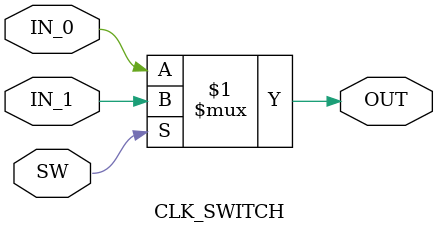
<source format=v>


module CLK_SWITCH (   
input       IN_0,
input       IN_1,
input       SW  ,
output      OUT 

);

assign OUT=SW?IN_1:IN_0;

endmodule
</source>
